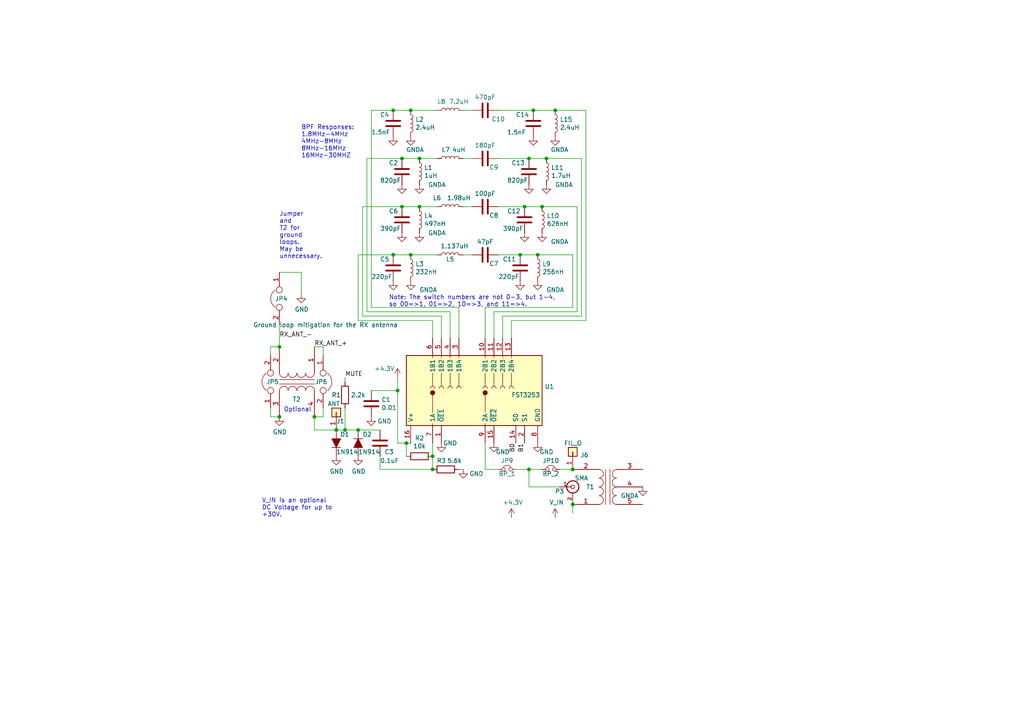
<source format=kicad_sch>
(kicad_sch (version 20230121) (generator eeschema)
  (paper "A4")
  (lib_symbols
    (symbol "Device:Transformer_1P_1S" (pin_names (offset 1.016) hide)
      (property "Reference" "T" (at 0 6.35 0))
      (property "Value" "Transformer_1P_1S" (at 0 -7.62 0))
      (symbol "Transformer_1P_1S_0_1"
        (arc (start -2.54 -5.0546) (mid -1.6599 -4.6901) (end -1.27 -3.81))
        (arc (start -2.54 -2.5146) (mid -1.6599 -2.1501) (end -1.27 -1.27))
        (arc (start -2.54 0.0254) (mid -1.6599 0.3899) (end -1.27 1.27))
        (arc (start -2.54 2.5654) (mid -1.6599 2.9299) (end -1.27 3.81))
        (arc (start -1.27 -3.81) (mid -1.642 -2.912) (end -2.54 -2.54))
        (arc (start -1.27 -1.27) (mid -1.642 -0.372) (end -2.54 0))
        (arc (start -1.27 1.27) (mid -1.642 2.168) (end -2.54 2.54))
        (arc (start -1.27 3.81) (mid -1.642 4.708) (end -2.54 5.08))
        (polyline (pts (xy -0.635 5.08) (xy -0.635 -5.08)))
        (polyline (pts (xy 0.635 -5.08) (xy 0.635 5.08)))
        (arc (start 1.2954 -1.27) (mid 1.6599 -2.1501) (end 2.54 -2.5146))
        (arc (start 1.2954 1.27) (mid 1.6599 0.3899) (end 2.54 0.0254))
        (arc (start 1.2954 3.81) (mid 1.6599 2.9299) (end 2.54 2.5654))
        (arc (start 1.3208 -3.81) (mid 1.6853 -4.6901) (end 2.5654 -5.0546))
        (arc (start 2.54 0) (mid 1.642 -0.372) (end 1.2954 -1.27))
        (arc (start 2.54 2.54) (mid 1.642 2.168) (end 1.2954 1.27))
        (arc (start 2.54 5.08) (mid 1.642 4.708) (end 1.2954 3.81))
        (arc (start 2.5654 -2.54) (mid 1.6674 -2.912) (end 1.3208 -3.81))
      )
      (symbol "Transformer_1P_1S_1_1"
        (pin passive line (at -10.16 5.08 0) (length 7.62) (name "AA") (number "1"))
        (pin passive line (at -10.16 -5.08 0) (length 7.62) (name "AB") (number "2"))
        (pin passive line (at 10.16 -5.08 180) (length 7.62) (name "SA") (number "3"))
        (pin passive line (at 10.16 5.08 180) (length 7.62) (name "SB") (number "4"))
      )
    )
    (symbol "IQ_SDR-rescue:BNC-lt6231" (pin_names (offset 1.016) hide)
      (property "Reference" "P" (at 0.254 3.048 0))
      (property "Value" "BNC-lt6231" (at 2.794 -1.524 90))
      (symbol "BNC-lt6231_0_1"
        (circle (center 0 0) (radius 0.508) (stroke (width 0.2032)))
        (circle (center 0 0) (radius 1.778) (stroke (width 0.3048)))
      )
      (symbol "BNC-lt6231_1_1"
        (pin passive line (at -3.81 0 0) (length 3.302) (name "In") (number "1"))
        (pin passive line (at 0 -5.08 90) (length 3.302) (name "Ext") (number "2"))
      )
    )
    (symbol "IQ_SDR-rescue:C-Device" (pin_numbers hide) (pin_names (offset 0.254))
      (property "Reference" "C" (at 0.635 2.54 0))
      (property "Value" "C-Device" (at 0.635 -2.54 0))
      (symbol "C-Device_0_1"
        (polyline (pts (xy -2.032 -0.762) (xy 2.032 -0.762)) (stroke (width 0.508)))
        (polyline (pts (xy -2.032 0.762) (xy 2.032 0.762)) (stroke (width 0.508)))
      )
      (symbol "C-Device_1_1"
        (pin passive line (at 0 3.81 270) (length 2.794) (name "~") (number "1"))
        (pin passive line (at 0 -3.81 90) (length 2.794) (name "~") (number "2"))
      )
    )
    (symbol "IQ_SDR-rescue:Conn_01x01-Connector_Generic" (pin_names (offset 1.016) hide)
      (property "Reference" "J" (at 0 2.54 0))
      (property "Value" "Conn_01x01-Connector_Generic" (at 0 -2.54 0))
      (symbol "Conn_01x01-Connector_Generic_1_1"
        (rectangle (start -1.27 0.127) (end 0 -0.127) (stroke (width 0.1524)))
        (rectangle (start -1.27 1.27) (end 1.27 -1.27) (stroke (width 0.254)) (fill (type background)))
        (pin passive line (at -5.08 0 0) (length 3.81) (name "Pin_1") (number "1"))
      )
    )
    (symbol "IQ_SDR-rescue:D_ALT-Device" (pin_numbers hide) (pin_names (offset 1.016) hide)
      (property "Reference" "D" (at 0 2.54 0))
      (property "Value" "D_ALT-Device" (at 0 -2.54 0))
      (symbol "D_ALT-Device_0_1"
        (polyline (pts (xy -1.27 1.27) (xy -1.27 -1.27)) (stroke (width 0.2032)))
        (polyline (pts (xy 1.27 0) (xy -1.27 0)))
        (polyline (pts (xy 1.27 1.27) (xy 1.27 -1.27) (xy -1.27 0) (xy 1.27 1.27)) (stroke (width 0.2032)) (fill (type outline)))
      )
      (symbol "D_ALT-Device_1_1"
        (pin passive line (at -3.81 0 0) (length 2.54) (name "K") (number "1"))
        (pin passive line (at 3.81 0 180) (length 2.54) (name "A") (number "2"))
      )
    )
    (symbol "IQ_SDR-rescue:GND-power" (power) (pin_names (offset 0))
      (property "Value" "GND-power" (at 0 -3.81 0))
      (symbol "GND-power_0_1"
        (polyline (pts (xy 0 0) (xy 0 -1.27) (xy 1.27 -1.27) (xy 0 -2.54) (xy -1.27 -1.27) (xy 0 -1.27)))
      )
      (symbol "GND-power_1_1"
        (pin power_in line (at 0 0 270) (length 0) hide (name "GND") (number "1"))
      )
    )
    (symbol "IQ_SDR-rescue:GNDA-power" (power) (pin_names (offset 0))
      (property "Value" "GNDA-power" (at 0 -3.81 0))
      (symbol "GNDA-power_0_1"
        (polyline (pts (xy 0 0) (xy 0 -1.27) (xy 1.27 -1.27) (xy 0 -2.54) (xy -1.27 -1.27) (xy 0 -1.27)))
      )
      (symbol "GNDA-power_1_1"
        (pin power_in line (at 0 0 270) (length 0) hide (name "GNDA") (number "1"))
      )
    )
    (symbol "IQ_SDR-rescue:GNDA_1.5" (power) (pin_names (offset 0))
      (property "Value" "GNDA_1.5" (at 0 -3.81 0))
      (symbol "GNDA_1.5_0_1"
        (polyline (pts (xy 0 0) (xy 0 -1.27) (xy 1.27 -1.27) (xy 0 -2.54) (xy -1.27 -1.27) (xy 0 -1.27)))
      )
      (symbol "GNDA_1.5_1_1"
        (pin power_in line (at 0 0 270) (length 0) hide (name "GNDA") (number "1"))
      )
    )
    (symbol "IQ_SDR-rescue:Jumper-Device" (pin_names (offset 0.762) hide)
      (property "Reference" "JP" (at 0 3.81 0))
      (property "Value" "Device_Jumper" (at 0 -2.032 0))
      (symbol "Jumper-Device_0_1"
        (circle (center -2.54 0) (radius 0.889))
        (arc (start 2.5146 1.27) (mid 0.0078 2.5097) (end -2.4892 1.27))
        (circle (center 2.54 0) (radius 0.889))
        (pin passive line (at -7.62 0 0) (length 4.191) (name "1") (number "1"))
        (pin passive line (at 7.62 0 180) (length 4.191) (name "2") (number "2"))
      )
    )
    (symbol "IQ_SDR-rescue:Jumper_NC_Small-Device" (pin_numbers hide) (pin_names (offset 0.762) hide)
      (property "Reference" "JP" (at 0 2.032 0))
      (property "Value" "Device_Jumper_NC_Small" (at 0.254 -1.524 0))
      (symbol "Jumper_NC_Small-Device_0_1"
        (circle (center -1.016 0) (radius 0.508))
        (circle (center 1.016 0) (radius 0.508))
        (arc (start 1.016 0.762) (mid 0 1.1828) (end -1.016 0.762))
        (pin passive line (at -2.54 0 0) (length 1.016) (name "1") (number "1"))
        (pin passive line (at 2.54 0 180) (length 1.016) (name "2") (number "2"))
      )
    )
    (symbol "IQ_SDR-rescue:L-Device" (pin_numbers hide) (pin_names (offset 1.016) hide)
      (property "Reference" "L" (at -1.27 0 90))
      (property "Value" "L-Device" (at 1.905 0 90))
      (symbol "L-Device_0_1"
        (arc (start 0 -2.54) (mid 0.6323 -1.905) (end 0 -1.27))
        (arc (start 0 -1.27) (mid 0.6323 -0.635) (end 0 0))
        (arc (start 0 0) (mid 0.6323 0.635) (end 0 1.27))
        (arc (start 0 1.27) (mid 0.6323 1.905) (end 0 2.54))
      )
      (symbol "L-Device_1_1"
        (pin passive line (at 0 3.81 270) (length 1.27) (name "1") (number "1"))
        (pin passive line (at 0 -3.81 90) (length 1.27) (name "2") (number "2"))
      )
    )
    (symbol "IQ_SDR-rescue:R-Device" (pin_numbers hide) (pin_names (offset 0))
      (property "Reference" "R" (at 2.032 0 90))
      (property "Value" "R-Device" (at 0 0 90))
      (symbol "R-Device_0_1"
        (rectangle (start -1.016 -2.54) (end 1.016 2.54) (stroke (width 0.254)))
      )
      (symbol "R-Device_1_1"
        (pin passive line (at 0 3.81 270) (length 1.27) (name "~") (number "1"))
        (pin passive line (at 0 -3.81 90) (length 1.27) (name "~") (number "2"))
      )
    )
    (symbol "IQ_SDR-rescue:Transformer_1P_SS-Device" (pin_names (offset 1.016) hide)
      (property "Reference" "T" (at 0 6.35 0))
      (property "Value" "Transformer_1P_SS-Device" (at 0 -7.62 0))
      (symbol "Transformer_1P_SS-Device_0_1"
        (arc (start -2.54 -5.0546) (mid -1.6599 -4.6901) (end -1.27 -3.81))
        (arc (start -2.54 -2.5146) (mid -1.6599 -2.1501) (end -1.27 -1.27))
        (arc (start -2.54 0.0254) (mid -1.6599 0.3899) (end -1.27 1.27))
        (arc (start -2.54 2.5654) (mid -1.6599 2.9299) (end -1.27 3.81))
        (arc (start -1.27 -3.81) (mid -1.642 -2.912) (end -2.54 -2.54))
        (arc (start -1.27 -1.27) (mid -1.642 -0.372) (end -2.54 0))
        (arc (start -1.27 1.27) (mid -1.642 2.168) (end -2.54 2.54))
        (arc (start -1.27 3.81) (mid -1.642 4.708) (end -2.54 5.08))
        (polyline (pts (xy -0.635 5.08) (xy -0.635 -5.08)))
        (polyline (pts (xy 0.635 -5.08) (xy 0.635 5.08)))
        (arc (start 1.2954 -1.27) (mid 1.6599 -2.1501) (end 2.54 -2.5146))
        (arc (start 1.2954 1.27) (mid 1.6599 0.3899) (end 2.54 0.0254))
        (arc (start 1.2954 3.81) (mid 1.6599 2.9299) (end 2.54 2.5654))
        (arc (start 1.3208 -3.81) (mid 1.6853 -4.6901) (end 2.5654 -5.0546))
        (arc (start 2.54 0) (mid 1.642 -0.372) (end 1.2954 -1.27))
        (arc (start 2.54 2.54) (mid 1.642 2.168) (end 1.2954 1.27))
        (arc (start 2.54 5.08) (mid 1.642 4.708) (end 1.2954 3.81))
        (arc (start 2.5654 -2.54) (mid 1.6674 -2.912) (end 1.3208 -3.81))
      )
      (symbol "Transformer_1P_SS-Device_1_1"
        (pin passive line (at -10.16 5.08 0) (length 7.62) (name "AA") (number "1"))
        (pin passive line (at -10.16 -5.08 0) (length 7.62) (name "AB") (number "2"))
        (pin passive line (at 10.16 -5.08 180) (length 7.62) (name "SA") (number "3"))
        (pin passive line (at 10.16 0 180) (length 7.62) (name "SC") (number "4"))
        (pin passive line (at 10.16 5.08 180) (length 7.62) (name "SB") (number "5"))
      )
    )
    (symbol "lt6231:+4.3V" (power) (pin_names (offset 0))
      (property "Value" "+4.3V" (at 0 3.556 0))
      (symbol "+4.3V_0_1"
        (polyline (pts (xy -0.762 1.27) (xy 0 2.54)))
        (polyline (pts (xy 0 0) (xy 0 2.54)))
        (polyline (pts (xy 0 2.54) (xy 0.762 1.27)))
      )
      (symbol "+4.3V_1_1"
        (pin power_in line (at 0 0 90) (length 0) hide (name "+4.3V") (number "1"))
      )
    )
    (symbol "lt6231:+V_IN" (power) (pin_names (offset 0))
      (property "Value" "+V_IN" (at 0 3.556 0))
      (symbol "+V_IN_0_1"
        (polyline (pts (xy -0.762 1.27) (xy 0 2.54)))
        (polyline (pts (xy 0 0) (xy 0 2.54)))
        (polyline (pts (xy 0 2.54) (xy 0.762 1.27)))
      )
      (symbol "+V_IN_1_1"
        (pin power_in line (at 0 0 90) (length 0) hide (name "V_IN") (number "1"))
      )
    )
    (symbol "onsemi:FST3253" (pin_names (offset 1.016))
      (property "Reference" "U" (at -7.62 22.86 0))
      (property "Value" "FST3253" (at -10.16 20.32 0))
      (symbol "FST3253_0_1"
        (circle (center -0.635 -3.81) (radius 0.635) (fill (type outline)))
        (circle (center -0.635 11.43) (radius 0.635) (fill (type outline)))
        (polyline (pts (xy -9.525 -3.81) (xy -10.16 -3.81)))
        (polyline (pts (xy -9.525 11.43) (xy -10.16 11.43)))
        (polyline (pts (xy -6.35 -3.81) (xy -0.635 -3.81)))
        (polyline (pts (xy -6.35 11.43) (xy -0.635 11.43)))
        (polyline (pts (xy 2.54 -11.43) (xy 1.27 -11.43)))
        (polyline (pts (xy 2.54 -8.89) (xy 1.27 -8.89)))
        (polyline (pts (xy 2.54 -6.35) (xy 1.27 -6.35)))
        (polyline (pts (xy 2.54 -3.81) (xy 1.27 -3.81)))
        (polyline (pts (xy 2.54 3.81) (xy 1.27 3.81)))
        (polyline (pts (xy 2.54 6.35) (xy 1.27 6.35)))
        (polyline (pts (xy 2.54 8.89) (xy 1.27 8.89)))
        (polyline (pts (xy 2.54 11.43) (xy 1.27 11.43)))
        (polyline (pts (xy 5.08 -11.43) (xy 2.54 -11.43)))
        (polyline (pts (xy 5.08 -8.89) (xy 2.54 -8.89)))
        (polyline (pts (xy 5.08 -6.35) (xy 2.54 -6.35)))
        (polyline (pts (xy 5.08 -3.81) (xy 2.54 -3.81)))
        (polyline (pts (xy 5.08 3.81) (xy 2.54 3.81)))
        (polyline (pts (xy 5.08 6.35) (xy 2.54 6.35)))
        (polyline (pts (xy 5.08 8.89) (xy 2.54 8.89)))
        (polyline (pts (xy 5.08 11.43) (xy 2.54 11.43)))
        (polyline (pts (xy 9.525 -11.43) (xy 10.16 -11.43)))
        (polyline (pts (xy 9.525 -8.89) (xy 10.16 -8.89)))
        (polyline (pts (xy 9.525 -6.35) (xy 10.16 -6.35)))
        (polyline (pts (xy 9.525 -3.81) (xy 10.16 -3.81)))
        (polyline (pts (xy 9.525 3.81) (xy 10.16 3.81)))
        (polyline (pts (xy 9.525 6.35) (xy 10.16 6.35)))
        (polyline (pts (xy 9.525 8.89) (xy 10.16 8.89)))
        (polyline (pts (xy 9.525 11.43) (xy 10.16 11.43)))
        (arc (start 0.635 -12.065) (mid 1.2673 -11.43) (end 0.635 -10.795))
        (arc (start 0.635 -9.525) (mid 1.2673 -8.89) (end 0.635 -8.255))
        (arc (start 0.635 -6.985) (mid 1.2673 -6.35) (end 0.635 -5.715))
        (arc (start 0.635 -4.445) (mid 1.2673 -3.81) (end 0.635 -3.175))
        (arc (start 0.635 3.175) (mid 1.2673 3.81) (end 0.635 4.445))
        (arc (start 0.635 5.715) (mid 1.2673 6.35) (end 0.635 6.985))
        (arc (start 0.635 8.255) (mid 1.2673 8.89) (end 0.635 9.525))
        (arc (start 0.635 10.795) (mid 1.2673 11.43) (end 0.635 12.065))
        (rectangle (start 10.16 -20.32) (end -10.16 19.05) (stroke (width 0.254)) (fill (type background)))
      )
      (symbol "FST3253_1_1"
        (pin input line (at -15.24 8.89 0) (length 5.08) (name "~{OE1}") (number "1"))
        (pin output line (at 15.24 -3.81 180) (length 5.08) (name "2B1") (number "10"))
        (pin output line (at 15.24 -6.35 180) (length 5.08) (name "2B2") (number "11"))
        (pin output line (at 15.24 -8.89 180) (length 5.08) (name "2B3") (number "12"))
        (pin output line (at 15.24 -11.43 180) (length 5.08) (name "2B4") (number "13"))
        (pin input line (at -15.24 -12.7 0) (length 5.08) (name "S0") (number "14"))
        (pin input line (at -15.24 -6.35 0) (length 5.08) (name "~{OE2}") (number "15"))
        (pin power_in line (at -15.24 17.78 0) (length 5.08) (name "V+") (number "16"))
        (pin input line (at -15.24 -15.24 0) (length 5.08) (name "S1") (number "2"))
        (pin output line (at 15.24 3.81 180) (length 5.08) (name "1B4") (number "3"))
        (pin output line (at 15.24 6.35 180) (length 5.08) (name "1B3") (number "4"))
        (pin output line (at 15.24 8.89 180) (length 5.08) (name "1B2") (number "5"))
        (pin output line (at 15.24 11.43 180) (length 5.08) (name "1B1") (number "6"))
        (pin input line (at -15.24 11.43 0) (length 5.08) (name "1A") (number "7"))
        (pin power_in line (at -15.24 -19.05 0) (length 5.08) (name "GND") (number "8"))
        (pin input line (at -15.24 -3.81 0) (length 5.08) (name "2A") (number "9"))
      )
    )
  )
  (junction (at 121.666 45.974))
  (junction (at 100.076 124.714))
  (junction (at 91.186 120.904))
  (junction (at 117.856 128.524))
  (junction (at 161.036 32.004))
  (junction (at 157.226 59.944))
  (junction (at 115.316 113.284))
  (junction (at 150.876 73.914))
  (junction (at 119.126 32.004))
  (junction (at 81.026 120.904))
  (junction (at 114.046 32.004))
  (junction (at 152.146 59.944))
  (junction (at 158.496 45.974))
  (junction (at 153.416 136.144))
  (junction (at 103.886 124.714))
  (junction (at 114.046 73.914))
  (junction (at 97.536 124.714))
  (junction (at 121.666 59.944))
  (junction (at 119.126 73.914))
  (junction (at 153.416 45.974))
  (junction (at 154.686 32.004))
  (junction (at 155.956 73.914))
  (junction (at 116.586 59.944))
  (junction (at 166.116 136.144))
  (junction (at 125.476 132.334))
  (junction (at 125.476 136.144))
  (junction (at 81.026 100.584))
  (junction (at 166.116 146.304))
  (junction (at 116.586 45.974))
  (wire (pts (xy 134.366 45.974) (xy 136.906 45.974)))
  (wire (pts (xy 161.036 32.004) (xy 154.686 32.004)))
  (wire (pts (xy 167.386 90.424) (xy 167.386 59.944)))
  (wire (pts (xy 143.256 98.044) (xy 143.256 90.424)))
  (wire (pts (xy 116.586 59.944) (xy 121.666 59.944)))
  (wire (pts (xy 148.336 98.044) (xy 148.336 92.964)))
  (wire (pts (xy 144.526 136.144) (xy 140.716 136.144)))
  (wire (pts (xy 105.156 59.944) (xy 116.586 59.944)))
  (wire (pts (xy 145.796 98.044) (xy 145.796 91.694)))
  (wire (pts (xy 155.956 73.914) (xy 166.116 73.914)))
  (wire (pts (xy 103.886 73.914) (xy 114.046 73.914)))
  (wire (pts (xy 107.696 89.154) (xy 107.696 32.004)))
  (wire (pts (xy 105.156 91.694) (xy 128.016 91.694)))
  (wire (pts (xy 121.666 59.944) (xy 126.746 59.944)))
  (wire (pts (xy 103.886 92.964) (xy 103.886 73.914)))
  (wire (pts (xy 97.536 124.714) (xy 100.076 124.714)))
  (wire (pts (xy 157.226 136.144) (xy 153.416 136.144)))
  (wire (pts (xy 117.856 128.524) (xy 119.126 128.524)))
  (wire (pts (xy 115.316 113.284) (xy 115.316 128.524)))
  (wire (pts (xy 87.376 78.994) (xy 87.376 85.344)))
  (wire (pts (xy 100.076 110.744) (xy 100.076 109.474)))
  (wire (pts (xy 144.526 32.004) (xy 154.686 32.004)))
  (wire (pts (xy 103.886 92.964) (xy 125.476 92.964)))
  (wire (pts (xy 144.526 45.974) (xy 153.416 45.974)))
  (wire (pts (xy 103.886 124.714) (xy 110.236 124.714)))
  (wire (pts (xy 119.126 73.914) (xy 126.746 73.914)))
  (wire (pts (xy 140.716 98.044) (xy 140.716 89.154)))
  (wire (pts (xy 128.016 91.694) (xy 128.016 98.044)))
  (wire (pts (xy 133.096 136.144) (xy 134.366 136.144)))
  (wire (pts (xy 125.476 136.144) (xy 125.476 132.334)))
  (wire (pts (xy 145.796 91.694) (xy 168.656 91.694)))
  (wire (pts (xy 100.076 124.714) (xy 103.886 124.714)))
  (wire (pts (xy 107.696 32.004) (xy 114.046 32.004)))
  (wire (pts (xy 161.036 32.004) (xy 169.926 32.004)))
  (wire (pts (xy 134.366 73.914) (xy 136.906 73.914)))
  (wire (pts (xy 81.026 78.994) (xy 87.376 78.994)))
  (wire (pts (xy 150.876 73.914) (xy 155.956 73.914)))
  (wire (pts (xy 115.316 128.524) (xy 117.856 128.524)))
  (wire (pts (xy 116.586 45.974) (xy 121.666 45.974)))
  (wire (pts (xy 133.096 89.154) (xy 133.096 98.044)))
  (wire (pts (xy 115.316 109.474) (xy 115.316 113.284)))
  (wire (pts (xy 134.366 59.944) (xy 136.906 59.944)))
  (wire (pts (xy 144.526 73.914) (xy 150.876 73.914)))
  (wire (pts (xy 125.476 92.964) (xy 125.476 98.044)))
  (wire (pts (xy 144.526 59.944) (xy 152.146 59.944)))
  (wire (pts (xy 162.306 141.224) (xy 153.416 141.224)))
  (wire (pts (xy 114.046 73.914) (xy 119.126 73.914)))
  (wire (pts (xy 91.186 120.904) (xy 91.186 124.714)))
  (wire (pts (xy 169.926 92.964) (xy 169.926 32.004)))
  (wire (pts (xy 130.556 90.424) (xy 130.556 98.044)))
  (wire (pts (xy 93.726 100.584) (xy 91.186 100.584)))
  (wire (pts (xy 93.726 120.904) (xy 93.726 118.364)))
  (wire (pts (xy 143.256 90.424) (xy 167.386 90.424)))
  (wire (pts (xy 107.696 89.154) (xy 133.096 89.154)))
  (wire (pts (xy 107.696 113.284) (xy 115.316 113.284)))
  (wire (pts (xy 106.426 45.974) (xy 116.586 45.974)))
  (wire (pts (xy 78.486 120.904) (xy 81.026 120.904)))
  (wire (pts (xy 158.496 45.974) (xy 168.656 45.974)))
  (wire (pts (xy 100.076 118.364) (xy 100.076 124.714)))
  (wire (pts (xy 117.856 132.334) (xy 117.856 128.524)))
  (wire (pts (xy 78.486 100.584) (xy 78.486 103.124)))
  (wire (pts (xy 119.126 32.004) (xy 126.746 32.004)))
  (wire (pts (xy 93.726 103.124) (xy 93.726 100.584)))
  (wire (pts (xy 134.366 32.004) (xy 136.906 32.004)))
  (wire (pts (xy 166.116 146.304) (xy 166.116 148.844)))
  (wire (pts (xy 78.486 100.584) (xy 81.026 100.584)))
  (wire (pts (xy 153.416 141.224) (xy 153.416 136.144)))
  (wire (pts (xy 152.146 59.944) (xy 157.226 59.944)))
  (wire (pts (xy 81.026 94.234) (xy 81.026 100.584)))
  (wire (pts (xy 166.116 89.154) (xy 166.116 73.914)))
  (wire (pts (xy 106.426 90.424) (xy 106.426 45.974)))
  (wire (pts (xy 105.156 59.944) (xy 105.156 91.694)))
  (wire (pts (xy 78.486 118.364) (xy 78.486 120.904)))
  (wire (pts (xy 91.186 124.714) (xy 97.536 124.714)))
  (wire (pts (xy 148.336 92.964) (xy 169.926 92.964)))
  (wire (pts (xy 140.716 128.524) (xy 140.716 136.144)))
  (wire (pts (xy 153.416 45.974) (xy 158.496 45.974)))
  (wire (pts (xy 110.236 136.144) (xy 110.236 132.334)))
  (wire (pts (xy 168.656 91.694) (xy 168.656 45.974)))
  (wire (pts (xy 157.226 59.944) (xy 167.386 59.944)))
  (wire (pts (xy 114.046 32.004) (xy 119.126 32.004)))
  (wire (pts (xy 121.666 45.974) (xy 126.746 45.974)))
  (wire (pts (xy 125.476 132.334) (xy 125.476 128.524)))
  (wire (pts (xy 110.236 136.144) (xy 125.476 136.144)))
  (wire (pts (xy 106.426 90.424) (xy 130.556 90.424)))
  (wire (pts (xy 91.186 120.904) (xy 93.726 120.904)))
  (wire (pts (xy 162.306 136.144) (xy 166.116 136.144)))
  (wire (pts (xy 140.716 89.154) (xy 166.116 89.154)))
  (wire (pts (xy 149.606 136.144) (xy 153.416 136.144)))
  (text "Jumper\nand\nT2 for \nground \nloops.\nMay be\nunnecessary." (at 81.026 75.184 0) (effects (font (size 1.27 1.27)) (justify left bottom)))
  (text "Note: The switch numbers are not 0-3, but 1-4,\nso 00=>1, 01=>2, 10=>3, and 11=>4." (at 112.776 89.154 0) (effects (font (size 1.27 1.27)) (justify left bottom)))
  (text "V_IN is an optional\nDC Voltage for up to\n+30V." (at 75.946 150.114 0) (effects (font (size 1.27 1.27)) (justify left bottom)))
  (text "Optional" (at 82.296 119.634 0) (effects (font (size 1.27 1.27)) (justify left bottom)))
  (text "BPF Responses:\n1.8MHz-4MHz\n4MHz-8MHz\n8MHz-16MHz\n16MHz-30MHZ" (at 87.376 45.974 0) (effects (font (size 1.27 1.27)) (justify left bottom)))
  (label "RX_ANT_+" (at 91.186 100.584 0))
  (label "RX_ANT_-" (at 81.026 98.044 0))
  (label "MUTE" (at 100.076 109.474 0))
  (label "B1" (at 152.146 128.524 270))
  (label "B0" (at 149.606 128.524 270))
  (symbol (lib_id "IQ_SDR-rescue:L-Device") (at 155.956 77.724 0) (unit 1)
    (property "Reference" "L9" (at 157.3022 76.5556 0) (effects (justify left)))
    (property "Value" "256nH" (at 157.3022 78.867 0) (effects (justify left)))
    (property "Footprint" "Inductors_THT:L_Toroid_Vertical_L10.0mm_W5.0mm_P5.08mm" (effects hide))
    (property "Datasheet" "http://www.lodestonepacific.com/distrib/pdfs/Micrometals/RFA_Cat.pdf" (effects hide))
    (property "Winding" "T37-6, #30 wire, 9 turns" (effects hide))
    (instances (project "IQ_SDR" (path "" (reference "L9") (unit 1))) (project "SDR-TRX" (path "" (reference "L12") (unit 1))))
  )
  (symbol (lib_id "IQ_SDR-rescue:L-Device") (at 130.556 73.914 90) (unit 1)
    (property "Reference" "L5" (at 130.556 75.184 90))
    (property "Value" "1.137uH" (at 131.826 71.374 90))
    (property "Footprint" "Inductors_THT:L_Toroid_Vertical_L10.0mm_W5.0mm_P5.08mm" (effects hide))
    (property "Datasheet" "http://www.lodestonepacific.com/distrib/pdfs/Micrometals/RFA_Cat.pdf" (effects hide))
    (property "Winding" "T37-6, #30 wire, 20 turns" (effects hide))
    (instances (project "IQ_SDR" (path "" (reference "L5") (unit 1))) (project "SDR-TRX" (path "" (reference "L11") (unit 1))))
  )
  (symbol (lib_id "IQ_SDR-rescue:GNDA-power") (at 186.436 141.224 0) (unit 1)
    (property "Reference" "#PWR0110" (effects hide))
    (property "Value" "GNDA" (at 182.626 143.764 0))
    (instances (project "IQ_SDR" (path "" (reference "#PWR0110") (unit 1))) (project "SDR-TRX" (path "" (reference "#PWR079") (unit 1))))
  )
  (symbol (lib_id "IQ_SDR-rescue:Conn_01x01-Connector_Generic") (at 166.116 131.064 90) (unit 1)
    (property "Reference" "J6" (at 168.3512 131.9784 90) (effects (justify right)))
    (property "Value" "FIL_O" (at 163.576 128.524 90) (effects (justify right)))
    (property "Footprint" "Connectors:PINTST" (effects hide))
    (property "Sim.Enable" "0" (effects hide))
    (property "Sim.Device" "SPICE" (effects hide))
    (property "Sim.Params" "type=\"J\" model=\"Conn_01x01\" lib=\"\"" (effects hide))
    (property "Sim.Pins" "1=1" (effects hide))
  )
  (symbol (lib_id "IQ_SDR-rescue:L-Device") (at 130.556 59.944 90) (unit 1)
    (property "Reference" "L6" (at 126.746 57.404 90))
    (property "Value" "1.98uH" (at 133.096 57.404 90))
    (property "Footprint" "Inductors_THT:L_Toroid_Vertical_L10.0mm_W5.0mm_P5.08mm" (effects hide))
    (property "Datasheet" "http://www.lodestonepacific.com/distrib/pdfs/Micrometals/RFA_Cat.pdf" (effects hide))
    (property "Winding" "T37-6, #30 wire, 26 turns" (effects hide))
    (instances (project "IQ_SDR" (path "" (reference "L6") (unit 1))) (project "SDR-TRX" (path "" (reference "L10") (unit 1))))
  )
  (symbol (lib_id "IQ_SDR-rescue:Jumper-Device") (at 93.726 110.744 270) (unit 1)
    (property "Reference" "JP6" (at 94.996 110.744 90) (effects (justify right)))
    (property "Value" "T2 bypass" (effects hide))
    (property "Footprint" "Pin_Headers:Pin_Header_Straight_1x02_Pitch2.54mm" (effects hide))
  )
  (symbol (lib_id "IQ_SDR-rescue:L-Device") (at 119.126 35.814 0) (unit 1)
    (property "Reference" "L2" (at 120.4722 34.6456 0) (effects (justify left)))
    (property "Value" "2.4uH" (at 120.4722 36.957 0) (effects (justify left)))
    (property "Footprint" "Inductors_THT:L_Toroid_Vertical_L10.0mm_W5.0mm_P5.08mm" (effects hide))
    (property "Datasheet" "http://www.lodestonepacific.com/distrib/pdfs/Micrometals/RFA_Cat.pdf" (effects hide))
    (property "Winding" "T50-6, #30 wire, 25 turns" (effects hide))
    (instances (project "IQ_SDR" (path "" (reference "L2") (unit 1))) (project "SDR-TRX" (path "" (reference "L4") (unit 1))))
  )
  (symbol (lib_id "IQ_SDR-rescue:L-Device") (at 161.036 35.814 0) (unit 1)
    (property "Reference" "L15" (at 162.3822 34.6456 0) (effects (justify left)))
    (property "Value" "2.4uH" (at 162.3822 36.957 0) (effects (justify left)))
    (property "Footprint" "Inductors_THT:L_Toroid_Vertical_L10.0mm_W5.0mm_P5.08mm" (effects hide))
    (property "Datasheet" "http://www.lodestonepacific.com/distrib/pdfs/Micrometals/RFA_Cat.pdf" (effects hide))
    (property "Winding" "T50-6, #30 wire, 25 turns" (effects hide))
  )
  (symbol (lib_id "IQ_SDR-rescue:GND-power") (at 114.046 81.534 0) (unit 1)
    (property "Reference" "#PWR012" (effects hide))
    (property "Value" "GND" (effects hide))
    (instances (project "IQ_SDR" (path "" (reference "#PWR012") (unit 1))) (project "SDR-TRX" (path "" (reference "#PWR057") (unit 1))))
  )
  (symbol (lib_id "IQ_SDR-rescue:GND-power") (at 87.376 85.344 0) (unit 1)
    (property "Reference" "#PWR0115" (effects hide))
    (property "Value" "GND" (at 87.503 89.7382 0))
    (instances (project "IQ_SDR" (path "" (reference "#PWR0115") (unit 1))) (project "SDR-TRX" (path "" (reference "#PWR033") (unit 1))))
  )
  (symbol (lib_id "IQ_SDR-rescue:GND-power") (at 128.016 128.524 0) (unit 1)
    (property "Reference" "#PWR019" (effects hide))
    (property "Value" "GND" (at 130.556 128.524 0))
    (instances (project "IQ_SDR" (path "" (reference "#PWR019") (unit 1))) (project "SDR-TRX" (path "" (reference "#PWR065") (unit 1))))
  )
  (symbol (lib_id "IQ_SDR-rescue:Conn_01x01-Connector_Generic") (at 97.536 119.634 90) (unit 1)
    (property "Reference" "J1" (at 97.536 122.174 90) (effects (justify right)))
    (property "Value" "ANT" (at 94.996 117.094 90) (effects (justify right)))
    (property "Footprint" "Connectors:PINTST" (effects hide))
    (property "Sim.Enable" "0" (effects hide))
    (property "Sim.Device" "SPICE" (effects hide))
    (property "Sim.Params" "type=\"J\" model=\"Conn_01x01\" lib=\"\"" (effects hide))
    (property "Sim.Pins" "1=1" (effects hide))
    (instances (project "IQ_SDR" (path "" (reference "J1") (unit 1))) (project "SDR-TRX" (path "" (reference "J4") (unit 1))))
  )
  (symbol (lib_id "IQ_SDR-rescue:GND-power") (at 116.586 67.564 0) (unit 1)
    (property "Reference" "#PWR014" (effects hide))
    (property "Value" "GND" (effects hide))
    (instances (project "IQ_SDR" (path "" (reference "#PWR014") (unit 1))) (project "SDR-TRX" (path "" (reference "#PWR060") (unit 1))))
  )
  (symbol (lib_id "IQ_SDR-rescue:C-Device") (at 140.716 59.944 270) (unit 1)
    (property "Reference" "C8" (at 143.256 62.484 90))
    (property "Value" "100pF" (at 140.716 56.134 90))
    (property "Footprint" "Capacitors_SMD:C_0805" (effects hide))
    (instances (project "IQ_SDR" (path "" (reference "C8") (unit 1))) (project "SDR-TRX" (path "" (reference "C40") (unit 1))))
  )
  (symbol (lib_id "IQ_SDR-rescue:L-Device") (at 130.556 32.004 90) (unit 1)
    (property "Reference" "L8" (at 128.016 29.464 90))
    (property "Value" "7.2uH" (at 133.096 29.464 90))
    (property "Footprint" "Inductors_THT:L_Toroid_Vertical_L10.0mm_W5.0mm_P5.08mm" (effects hide))
    (property "Datasheet" "http://www.lodestonepacific.com/distrib/pdfs/Micrometals/RFA_Cat.pdf" (effects hide))
    (property "Winding" "T50-6 #30 wire, 43 turns" (effects hide))
  )
  (symbol (lib_id "IQ_SDR-rescue:GND-power") (at 103.886 132.334 0) (unit 1)
    (property "Reference" "#PWR04" (effects hide))
    (property "Value" "GND" (at 104.013 136.7282 0))
    (instances (project "IQ_SDR" (path "" (reference "#PWR04") (unit 1))) (project "SDR-TRX" (path "" (reference "#PWR041") (unit 1))))
  )
  (symbol (lib_id "IQ_SDR-rescue:R-Device") (at 129.286 136.144 270) (unit 1)
    (property "Reference" "R3" (at 128.016 133.604 90))
    (property "Value" "5.6k" (at 131.826 133.604 90))
    (property "Footprint" "Resistors_SMD:R_0805" (effects hide))
    (property "Sim.Device" "SPICE" (effects hide))
    (property "Sim.Params" "type=\"R\" model=\"10\" lib=\"\"" (effects hide))
    (property "Sim.Pins" "1=1 2=2" (effects hide))
    (instances (project "IQ_SDR" (path "" (reference "R3") (unit 1))) (project "SDR-TRX" (path "" (reference "R19") (unit 1))))
  )
  (symbol (lib_id "IQ_SDR-rescue:C-Device") (at 114.046 77.724 0) (unit 1)
    (property "Reference" "C5" (at 110.236 75.184 0) (effects (justify left)))
    (property "Value" "220pF" (at 107.696 80.264 0) (effects (justify left)))
    (property "Footprint" "Capacitors_SMD:C_0805" (effects hide))
    (instances (project "IQ_SDR" (path "" (reference "C5") (unit 1))) (project "SDR-TRX" (path "" (reference "C35") (unit 1))))
  )
  (symbol (lib_id "IQ_SDR-rescue:Jumper_NC_Small-Device") (at 159.766 136.144 0) (unit 1)
    (property "Reference" "JP10" (at 159.766 133.604 0))
    (property "Value" "BP_2" (at 159.766 137.414 0))
    (property "Footprint" "Pin_Headers:Pin_Header_Straight_1x02_Pitch2.54mm" (effects hide))
    (instances (project "IQ_SDR" (path "" (reference "JP10") (unit 1))) (project "SDR-TRX" (path "" (reference "JP8") (unit 1))))
  )
  (symbol (lib_id "IQ_SDR-rescue:C-Device") (at 116.586 63.754 0) (unit 1)
    (property "Reference" "C6" (at 112.776 61.214 0) (effects (justify left)))
    (property "Value" "390pF" (at 110.236 66.294 0) (effects (justify left)))
    (property "Footprint" "Capacitors_SMD:C_0805" (effects hide))
    (instances (project "IQ_SDR" (path "" (reference "C6") (unit 1))) (project "SDR-TRX" (path "" (reference "C37") (unit 1))))
  )
  (symbol (lib_id "IQ_SDR-rescue:L-Device") (at 130.556 45.974 90) (unit 1)
    (property "Reference" "L7" (at 129.286 43.434 90))
    (property "Value" "4uH" (at 133.096 43.434 90))
    (property "Footprint" "Inductors_THT:L_Toroid_Vertical_L10.0mm_W5.0mm_P5.08mm" (effects hide))
    (property "Datasheet" "http://www.lodestonepacific.com/distrib/pdfs/Micrometals/RFA_Cat.pdf" (effects hide))
    (property "Winding" "T50-6, #30 wire, 32 turns" (effects hide))
    (instances (project "IQ_SDR" (path "" (reference "L7") (unit 1))) (project "SDR-TRX" (path "" (reference "L9") (unit 1))))
  )
  (symbol (lib_id "IQ_SDR-rescue:GND-power") (at 116.586 53.594 0) (unit 1)
    (property "Reference" "#PWR09" (effects hide))
    (property "Value" "GND" (effects hide))
    (instances (project "IQ_SDR" (path "" (reference "#PWR09") (unit 1))) (project "SDR-TRX" (path "" (reference "#PWR059") (unit 1))))
  )
  (symbol (lib_id "IQ_SDR-rescue:D_ALT-Device") (at 97.536 128.524 90) (unit 1)
    (property "Reference" "D1" (at 101.346 125.984 90) (effects (justify left)))
    (property "Value" "1N914" (at 103.886 131.064 90) (effects (justify left)))
    (property "Footprint" "Diodes_SMD:D_SOD-323" (effects hide))
    (property "Datasheet" "https://www.onsemi.com/pub/Collateral/1N914BWS-D.pdf" (effects hide))
    (property "Sim.Device" "SPICE" (effects hide))
    (property "Sim.Params" "type=\"D\" model=\"1N914\" lib=\"IQ_SDR_Spice.lib\"" (effects hide))
    (property "Sim.Pins" "1=1 2=2" (effects hide))
  )
  (symbol (lib_id "IQ_SDR-rescue:C-Device") (at 114.046 35.814 0) (unit 1)
    (property "Reference" "C4" (at 110.236 33.274 0) (effects (justify left)))
    (property "Value" "1.5nF" (at 107.696 38.354 0) (effects (justify left)))
    (property "Footprint" "Capacitors_SMD:C_0805" (effects hide))
    (instances (project "IQ_SDR" (path "" (reference "C4") (unit 1))) (project "SDR-TRX" (path "" (reference "C34") (unit 1))))
  )
  (symbol (lib_id "IQ_SDR-rescue:GNDA_1.5") (at 157.226 67.564 0) (unit 1)
    (property "Reference" "#PWR0104" (effects hide))
    (property "Value" "GNDA_1.5" (at 162.306 70.104 0))
    (instances (project "IQ_SDR" (path "" (reference "#PWR0104") (unit 1))) (project "SDR-TRX" (path "" (reference "#PWR075") (unit 1))))
  )
  (symbol (lib_id "IQ_SDR-rescue:C-Device") (at 110.236 128.524 0) (unit 1)
    (property "Reference" "C3" (at 111.506 131.064 0) (effects (justify left)))
    (property "Value" "0.1uF" (at 110.236 133.604 0) (effects (justify left)))
    (property "Footprint" "Capacitors_SMD:C_0805" (effects hide))
    (instances (project "IQ_SDR" (path "" (reference "C3") (unit 1))) (project "SDR-TRX" (path "" (reference "C15") (unit 1))))
  )
  (symbol (lib_id "IQ_SDR-rescue:Jumper-Device") (at 78.486 110.744 90) (unit 1)
    (property "Reference" "JP5" (at 77.216 110.744 90) (effects (justify right)))
    (property "Value" "T2 bypass" (effects hide))
    (property "Footprint" "Pin_Headers:Pin_Header_Straight_1x02_Pitch2.54mm" (effects hide))
    (instances (project "IQ_SDR" (path "" (reference "JP5") (unit 1))) (project "SDR-TRX" (path "" (reference "JP4") (unit 1))))
  )
  (symbol (lib_id "IQ_SDR-rescue:C-Device") (at 150.876 77.724 0) (unit 1)
    (property "Reference" "C11" (at 145.796 75.184 0) (effects (justify left)))
    (property "Value" "220pF" (at 144.526 80.264 0) (effects (justify left)))
    (property "Footprint" "Capacitors_SMD:C_0805" (effects hide))
    (instances (project "IQ_SDR" (path "" (reference "C11") (unit 1))) (project "SDR-TRX" (path "" (reference "C42") (unit 1))))
  )
  (symbol (lib_id "IQ_SDR-rescue:C-Device") (at 107.696 117.094 0) (unit 1)
    (property "Reference" "C1" (at 110.617 115.9256 0) (effects (justify left)))
    (property "Value" "0.01" (at 110.617 118.237 0) (effects (justify left)))
    (property "Footprint" "Capacitors_SMD:C_0805" (effects hide))
    (instances (project "IQ_SDR" (path "" (reference "C1") (unit 1))) (project "SDR-TRX" (path "" (reference "C12") (unit 1))))
  )
  (symbol (lib_id "IQ_SDR-rescue:GNDA_1.5") (at 161.036 39.624 0) (unit 1)
    (property "Reference" "#PWR016" (effects hide))
    (property "Value" "GNDA_1.5" (at 162.306 43.434 0))
    (instances (project "IQ_SDR" (path "" (reference "#PWR016") (unit 1))) (project "SDR-TRX" (path "" (reference "#PWR077") (unit 1))))
  )
  (symbol (lib_id "IQ_SDR-rescue:GND-power") (at 97.536 132.334 0) (unit 1)
    (property "Reference" "#PWR02" (effects hide))
    (property "Value" "GND" (at 97.663 136.7282 0))
    (instances (project "IQ_SDR" (path "" (reference "#PWR02") (unit 1))) (project "SDR-TRX" (path "" (reference "#PWR036") (unit 1))))
  )
  (symbol (lib_id "IQ_SDR-rescue:GND-power") (at 155.956 128.524 0) (unit 1)
    (property "Reference" "#PWR028" (effects hide))
    (property "Value" "GND" (at 158.496 131.064 0))
    (instances (project "IQ_SDR" (path "" (reference "#PWR028") (unit 1))) (project "SDR-TRX" (path "" (reference "#PWR074") (unit 1))))
  )
  (symbol (lib_id "IQ_SDR-rescue:C-Device") (at 152.146 63.754 0) (unit 1)
    (property "Reference" "C12" (at 147.066 61.214 0) (effects (justify left)))
    (property "Value" "390pF" (at 145.796 66.294 0) (effects (justify left)))
    (property "Footprint" "Capacitors_SMD:C_0805" (effects hide))
    (instances (project "IQ_SDR" (path "" (reference "C12") (unit 1))) (project "SDR-TRX" (path "" (reference "C43") (unit 1))))
  )
  (symbol (lib_id "IQ_SDR-rescue:L-Device") (at 119.126 77.724 0) (unit 1)
    (property "Reference" "L3" (at 120.4722 76.5556 0) (effects (justify left)))
    (property "Value" "232nH" (at 120.4722 78.867 0) (effects (justify left)))
    (property "Footprint" "Inductors_THT:L_Toroid_Vertical_L10.0mm_W5.0mm_P5.08mm" (effects hide))
    (property "Datasheet" "http://www.lodestonepacific.com/distrib/pdfs/Micrometals/RFA_Cat.pdf" (effects hide))
    (property "Winding" "T37-6, #30 wire, 9 turns" (effects hide))
    (instances (project "IQ_SDR" (path "" (reference "L3") (unit 1))) (project "SDR-TRX" (path "" (reference "L5") (unit 1))))
  )
  (symbol (lib_id "IQ_SDR-rescue:C-Device") (at 140.716 45.974 270) (unit 1)
    (property "Reference" "C9" (at 143.256 48.514 90))
    (property "Value" "180pF" (at 140.716 42.164 90))
    (property "Footprint" "Capacitors_SMD:C_0805" (effects hide))
    (instances (project "IQ_SDR" (path "" (reference "C9") (unit 1))) (project "SDR-TRX" (path "" (reference "C39") (unit 1))))
  )
  (symbol (lib_id "IQ_SDR-rescue:L-Device") (at 158.496 49.784 0) (unit 1)
    (property "Reference" "L11" (at 159.8422 48.6156 0) (effects (justify left)))
    (property "Value" "1.7uH" (at 159.8422 50.927 0) (effects (justify left)))
    (property "Footprint" "Inductors_THT:L_Toroid_Vertical_L10.0mm_W5.0mm_P5.08mm" (effects hide))
    (property "Datasheet" "http://www.lodestonepacific.com/distrib/pdfs/Micrometals/RFA_Cat.pdf" (effects hide))
    (property "Winding" "T37-6, #30 wire, 18 turns" (effects hide))
    (instances (project "IQ_SDR" (path "" (reference "L11") (unit 1))) (project "SDR-TRX" (path "" (reference "L14") (unit 1))))
  )
  (symbol (lib_id "Device:Transformer_1P_1S") (at 86.106 110.744 270) (unit 1)
    (property "Reference" "T2" (at 84.836 115.824 90) (effects (justify left)))
    (property "Value" "Transformer_1P_1S" (effects hide))
    (property "Footprint" "IQ_SDR:T50-2_vertical_4_pin" (effects hide))
    (instances (project "IQ_SDR" (path "" (reference "T2") (unit 1))) (project "SDR-TRX" (path "" (reference "T1") (unit 1))))
  )
  (symbol (lib_id "IQ_SDR-rescue:L-Device") (at 157.226 63.754 0) (unit 1)
    (property "Reference" "L10" (at 158.5722 62.5856 0) (effects (justify left)))
    (property "Value" "626nH" (at 158.5722 64.897 0) (effects (justify left)))
    (property "Footprint" "Inductors_THT:L_Toroid_Vertical_L10.0mm_W5.0mm_P5.08mm" (effects hide))
    (property "Datasheet" "http://www.lodestonepacific.com/distrib/pdfs/Micrometals/RFA_Cat.pdf" (effects hide))
    (property "Toroid" "T37-6 13 turns" (effects hide))
    (instances (project "IQ_SDR" (path "" (reference "L10") (unit 1))) (project "SDR-TRX" (path "" (reference "L13") (unit 1))))
  )
  (symbol (lib_id "lt6231:+4.3V") (at 148.336 150.114 0) (unit 1)
    (property "Reference" "#PWR057" (effects hide))
    (property "Value" "+4.3V" (at 148.717 145.7198 0))
    (instances (project "IQ_SDR" (path "" (reference "#PWR057") (unit 1))) (project "SDR-TRX" (path "" (reference "#PWR068") (unit 1))))
  )
  (symbol (lib_id "lt6231:+4.3V") (at 115.316 109.474 0) (unit 1)
    (property "Reference" "#PWR013" (effects hide))
    (property "Value" "+4.3V" (at 111.506 106.934 0))
    (instances (project "IQ_SDR" (path "" (reference "#PWR013") (unit 1))) (project "SDR-TRX" (path "" (reference "#PWR058") (unit 1))))
  )
  (symbol (lib_id "IQ_SDR-rescue:GNDA_1.5") (at 119.126 39.624 0) (unit 1)
    (property "Reference" "#PWR0108" (effects hide))
    (property "Value" "GNDA_1.5" (at 120.396 43.434 0))
    (instances (project "IQ_SDR" (path "" (reference "#PWR0108") (unit 1))) (project "SDR-TRX" (path "" (reference "#PWR061") (unit 1))))
  )
  (symbol (lib_id "IQ_SDR-rescue:GNDA_1.5") (at 119.126 81.534 0) (unit 1)
    (property "Reference" "#PWR0102" (effects hide))
    (property "Value" "GNDA_1.5" (at 124.206 84.074 0))
    (instances (project "IQ_SDR" (path "" (reference "#PWR0102") (unit 1))) (project "SDR-TRX" (path "" (reference "#PWR062") (unit 1))))
  )
  (symbol (lib_id "IQ_SDR-rescue:R-Device") (at 121.666 132.334 270) (unit 1)
    (property "Reference" "R2" (at 121.666 127.0762 90))
    (property "Value" "10k" (at 121.666 129.3876 90))
    (property "Footprint" "Resistors_SMD:R_0805" (effects hide))
    (property "Sim.Device" "SPICE" (effects hide))
    (property "Sim.Params" "type=\"R\" model=\"10\" lib=\"\"" (effects hide))
    (property "Sim.Pins" "1=1 2=2" (effects hide))
    (instances (project "IQ_SDR" (path "" (reference "R2") (unit 1))) (project "SDR-TRX" (path "" (reference "R18") (unit 1))))
  )
  (symbol (lib_id "lt6231:+V_IN") (at 161.036 150.114 0) (unit 1)
    (property "Reference" "#PWR062" (effects hide))
    (property "Value" "+V_IN" (at 161.417 145.7198 0))
    (instances (project "IQ_SDR" (path "" (reference "#PWR062") (unit 1))) (project "SDR-TRX" (path "" (reference "#PWR078") (unit 1))))
  )
  (symbol (lib_id "IQ_SDR-rescue:GNDA_1.5") (at 158.496 53.594 0) (unit 1)
    (property "Reference" "#PWR0105" (effects hide))
    (property "Value" "GNDA_1.5" (at 163.576 53.594 0))
    (instances (project "IQ_SDR" (path "" (reference "#PWR0105") (unit 1))) (project "SDR-TRX" (path "" (reference "#PWR076") (unit 1))))
  )
  (symbol (lib_id "IQ_SDR-rescue:L-Device") (at 121.666 63.754 0) (unit 1)
    (property "Reference" "L4" (at 123.0122 62.5856 0) (effects (justify left)))
    (property "Value" "497nH" (at 123.0122 64.897 0) (effects (justify left)))
    (property "Footprint" "Inductors_THT:L_Toroid_Vertical_L10.0mm_W5.0mm_P5.08mm" (effects hide))
    (property "Datasheet" "http://www.lodestonepacific.com/distrib/pdfs/Micrometals/RFA_Cat.pdf" (effects hide))
    (property "Toroid" "T37-6 13 turns" (effects hide))
    (instances (project "IQ_SDR" (path "" (reference "L4") (unit 1))) (project "SDR-TRX" (path "" (reference "L7") (unit 1))))
  )
  (symbol (lib_id "IQ_SDR-rescue:GNDA_1.5") (at 121.666 67.564 0) (unit 1)
    (property "Reference" "#PWR0103" (effects hide))
    (property "Value" "GNDA_1.5" (at 126.746 67.564 0))
    (instances (project "IQ_SDR" (path "" (reference "#PWR0103") (unit 1))) (project "SDR-TRX" (path "" (reference "#PWR064") (unit 1))))
  )
  (symbol (lib_id "IQ_SDR-rescue:L-Device") (at 121.666 49.784 0) (unit 1)
    (property "Reference" "L1" (at 123.0122 48.6156 0) (effects (justify left)))
    (property "Value" "1uH" (at 123.0122 50.927 0) (effects (justify left)))
    (property "Footprint" "Inductors_THT:L_Toroid_Vertical_L10.0mm_W5.0mm_P5.08mm" (effects hide))
    (property "Datasheet" "http://www.lodestonepacific.com/distrib/pdfs/Micrometals/RFA_Cat.pdf" (effects hide))
    (property "Winding" "T37-6, #30 wire, 18 turns" (effects hide))
    (instances (project "IQ_SDR" (path "" (reference "L1") (unit 1))) (project "SDR-TRX" (path "" (reference "L6") (unit 1))))
  )
  (symbol (lib_id "IQ_SDR-rescue:C-Device") (at 140.716 32.004 270) (unit 1)
    (property "Reference" "C10" (at 144.526 34.544 90))
    (property "Value" "470pF" (at 140.716 28.194 90))
    (property "Footprint" "Capacitors_SMD:C_0805" (effects hide))
    (instances (project "IQ_SDR" (path "" (reference "C10") (unit 1))) (project "SDR-TRX" (path "" (reference "C38") (unit 1))))
  )
  (symbol (lib_id "IQ_SDR-rescue:GND-power") (at 134.366 136.144 0) (unit 1)
    (property "Reference" "#PWR020" (effects hide))
    (property "Value" "GND" (at 138.176 137.414 0))
    (instances (project "IQ_SDR" (path "" (reference "#PWR020") (unit 1))) (project "SDR-TRX" (path "" (reference "#PWR066") (unit 1))))
  )
  (symbol (lib_id "IQ_SDR-rescue:GND-power") (at 143.256 128.524 0) (unit 1)
    (property "Reference" "#PWR021" (effects hide))
    (property "Value" "GND" (at 145.796 131.064 0))
    (instances (project "IQ_SDR" (path "" (reference "#PWR021") (unit 1))) (project "SDR-TRX" (path "" (reference "#PWR067") (unit 1))))
  )
  (symbol (lib_id "IQ_SDR-rescue:GND-power") (at 154.686 39.624 0) (unit 1)
    (property "Reference" "#PWR026" (effects hide))
    (property "Value" "GND" (effects hide))
    (instances (project "IQ_SDR" (path "" (reference "#PWR026") (unit 1))) (project "SDR-TRX" (path "" (reference "#PWR072") (unit 1))))
  )
  (symbol (lib_id "IQ_SDR-rescue:GND-power") (at 107.696 120.904 0) (unit 1)
    (property "Reference" "#PWR06" (effects hide))
    (property "Value" "GND" (at 111.506 122.174 0))
    (instances (project "IQ_SDR" (path "" (reference "#PWR06") (unit 1))) (project "SDR-TRX" (path "" (reference "#PWR055") (unit 1))))
  )
  (symbol (lib_id "IQ_SDR-rescue:GND-power") (at 150.876 81.534 0) (unit 1)
    (property "Reference" "#PWR023" (effects hide))
    (property "Value" "GND" (effects hide))
    (instances (project "IQ_SDR" (path "" (reference "#PWR023") (unit 1))) (project "SDR-TRX" (path "" (reference "#PWR069") (unit 1))))
  )
  (symbol (lib_id "IQ_SDR-rescue:GND-power") (at 153.416 53.594 0) (unit 1)
    (property "Reference" "#PWR025" (effects hide))
    (property "Value" "GND-power" (effects hide))
    (instances (project "IQ_SDR" (path "" (reference "#PWR025") (unit 1))) (project "SDR-TRX" (path "" (reference "#PWR071") (unit 1))))
  )
  (symbol (lib_id "IQ_SDR-rescue:GND-power") (at 114.046 39.624 0) (unit 1)
    (property "Reference" "#PWR011" (effects hide))
    (property "Value" "GND" (effects hide))
    (instances (project "IQ_SDR" (path "" (reference "#PWR011") (unit 1))) (project "SDR-TRX" (path "" (reference "#PWR056") (unit 1))))
  )
  (symbol (lib_id "IQ_SDR-rescue:GND-power") (at 152.146 67.564 0) (unit 1)
    (property "Reference" "#PWR024" (effects hide))
    (property "Value" "GND" (effects hide))
    (instances (project "IQ_SDR" (path "" (reference "#PWR024") (unit 1))) (project "SDR-TRX" (path "" (reference "#PWR070") (unit 1))))
  )
  (symbol (lib_id "IQ_SDR-rescue:C-Device") (at 154.686 35.814 0) (unit 1)
    (property "Reference" "C14" (at 149.606 33.274 0) (effects (justify left)))
    (property "Value" "1.5nF" (at 147.066 38.354 0) (effects (justify left)))
    (property "Footprint" "Capacitors_SMD:C_0805" (effects hide))
    (instances (project "IQ_SDR" (path "" (reference "C14") (unit 1))) (project "SDR-TRX" (path "" (reference "C45") (unit 1))))
  )
  (symbol (lib_id "IQ_SDR-rescue:R-Device") (at 100.076 114.554 180) (unit 1)
    (property "Reference" "R1" (at 97.536 114.554 0))
    (property "Value" "2.2k" (at 103.886 114.554 0))
    (property "Footprint" "Resistors_SMD:R_0805" (effects hide))
    (property "Sim.Device" "SPICE" (effects hide))
    (property "Sim.Params" "type=\"R\" model=\"10\" lib=\"\"" (effects hide))
    (property "Sim.Pins" "1=1 2=2" (effects hide))
    (instances (project "IQ_SDR" (path "" (reference "R1") (unit 1))) (project "SDR-TRX" (path "" (reference "R7") (unit 1))))
  )
  (symbol (lib_id "onsemi:FST3253") (at 136.906 113.284 90) (unit 1)
    (property "Reference" "U1" (at 157.988 112.1156 90) (effects (justify right)))
    (property "Value" "FST3253" (at 148.336 114.554 90) (effects (justify right)))
    (property "Footprint" "Housings_SSOP:TSSOP-16_4.4x5mm_Pitch0.65mm" (effects hide))
    (property "Datasheet" "https://www.onsemi.com/pub/Collateral/FST3253-D.pdf" (effects hide))
    (property "BOM" "DIST DIGIKEY FST3253MXFSCT-ND" (effects hide))
    (property "Sim.Enable" "0" (effects hide))
    (property "Sim.Device" "SPICE" (effects hide))
    (property "Sim.Params" "type=\"R\" model=\"10\" lib=\"\"" (effects hide))
    (property "Sim.Pins" "1=1 2=2 3=3 4=4 5=5 6=6 7=7 8=8 9=9 10=10 11=11 12=12 13=13 14=14 15=15 16=16" (effects hide))
    (instances (project "IQ_SDR" (path "" (reference "U1") (unit 1))) (project "SDR-TRX" (path "" (reference "U8") (unit 1))))
  )
  (symbol (lib_id "IQ_SDR-rescue:Jumper_NC_Small-Device") (at 147.066 136.144 0) (unit 1)
    (property "Reference" "JP9" (at 147.066 133.604 0))
    (property "Value" "BP_1" (at 147.066 137.414 0))
    (property "Footprint" "Pin_Headers:Pin_Header_Straight_1x02_Pitch2.54mm" (effects hide))
    (instances (project "IQ_SDR" (path "" (reference "JP9") (unit 1))) (project "SDR-TRX" (path "" (reference "JP7") (unit 1))))
  )
  (symbol (lib_id "IQ_SDR-rescue:GNDA_1.5") (at 155.956 81.534 0) (unit 1)
    (property "Reference" "#PWR0101" (effects hide))
    (property "Value" "GNDA_1.5" (at 161.036 84.074 0))
    (instances (project "IQ_SDR" (path "" (reference "#PWR0101") (unit 1))) (project "SDR-TRX" (path "" (reference "#PWR073") (unit 1))))
  )
  (symbol (lib_id "IQ_SDR-rescue:D_ALT-Device") (at 103.886 128.524 270) (unit 1)
    (property "Reference" "D2" (at 105.156 125.984 90) (effects (justify left)))
    (property "Value" "1N914" (at 103.886 131.064 90) (effects (justify left)))
    (property "Footprint" "Diodes_SMD:D_SOD-323" (effects hide))
    (property "Datasheet" "https://www.onsemi.com/pub/Collateral/1N914BWS-D.pdf" (effects hide))
    (property "Sim.Device" "SPICE" (effects hide))
    (property "Sim.Params" "type=\"D\" model=\"1N914\" lib=\"IQ_SDR_Spice.lib\"" (effects hide))
    (property "Sim.Pins" "1=1 2=2" (effects hide))
  )
  (symbol (lib_id "IQ_SDR-rescue:GND-power") (at 81.026 120.904 0) (unit 1)
    (property "Reference" "#PWR01" (effects hide))
    (property "Value" "GND" (at 81.153 125.2982 0))
    (instances (project "IQ_SDR" (path "" (reference "#PWR01") (unit 1))) (project "SDR-TRX" (path "" (reference "#PWR032") (unit 1))))
  )
  (symbol (lib_id "IQ_SDR-rescue:BNC-lt6231") (at 166.116 141.224 0) (unit 1)
    (property "Reference" "P3" (at 162.306 142.494 0))
    (property "Value" "SMA" (at 168.656 138.684 0))
    (property "Footprint" "SMA:SMA_EDGE" (effects hide))
    (property "Sim.Enable" "0" (effects hide))
    (property "Sim.Device" "SPICE" (effects hide))
    (property "Sim.Params" "type=\"R\" model=\"10\" lib=\"\"" (effects hide))
    (property "Sim.Pins" "1=1 2=2" (effects hide))
    (instances (project "IQ_SDR" (path "" (reference "P3") (unit 1))) (project "SDR-TRX" (path "" (reference "P1") (unit 1))))
  )
  (symbol (lib_id "IQ_SDR-rescue:Transformer_1P_SS-Device") (at 176.276 141.224 0) (mirror x) (unit 1)
    (property "Reference" "T1" (at 171.196 141.224 0))
    (property "Value" "Transformer_1P_SS" (effects hide))
    (property "Footprint" "IQ_SDR:T50-2_vertical_5_pin" (effects hide))
    (property "Datasheet" "http://www.lodestonepacific.com/distrib/pdfs/Micrometals/RFA_Cat.pdf" (effects hide))
    (property "Winding" "T50-6 core with 39 turns #28 on the primary, and two sets of 10 turns on the secondary" (effects hide))
    (instances (project "IQ_SDR" (path "" (reference "T1") (unit 1))) (project "SDR-TRX" (path "" (reference "T2") (unit 1))))
  )
  (symbol (lib_id "IQ_SDR-rescue:Jumper-Device") (at 81.026 86.614 90) (mirror x) (unit 1)
    (property "Reference" "JP4" (at 79.756 86.614 90) (effects (justify right)))
    (property "Value" "Ground loop mitigation for the RX antenna" (at 73.406 94.234 90) (effects (justify right)))
    (property "Footprint" "Pin_Headers:Pin_Header_Straight_1x02_Pitch2.54mm" (effects hide))
    (instances (project "IQ_SDR" (path "" (reference "JP4") (unit 1))) (project "SDR-TRX" (path "" (reference "JP5") (unit 1))))
  )
  (symbol (lib_id "IQ_SDR-rescue:GNDA_1.5") (at 121.666 53.594 0) (unit 1)
    (property "Reference" "#PWR0106" (effects hide))
    (property "Value" "GNDA_1.5" (at 126.746 53.594 0))
    (instances (project "IQ_SDR" (path "" (reference "#PWR0106") (unit 1))) (project "SDR-TRX" (path "" (reference "#PWR063") (unit 1))))
  )
  (symbol (lib_id "IQ_SDR-rescue:C-Device") (at 153.416 49.784 0) (unit 1)
    (property "Reference" "C13" (at 148.336 47.244 0) (effects (justify left)))
    (property "Value" "820pF" (at 147.066 52.324 0) (effects (justify left)))
    (property "Footprint" "Capacitors_SMD:C_0805" (effects hide))
    (instances (project "IQ_SDR" (path "" (reference "C13") (unit 1))) (project "SDR-TRX" (path "" (reference "C44") (unit 1))))
  )
  (symbol (lib_id "IQ_SDR-rescue:C-Device") (at 116.586 49.784 0) (unit 1)
    (property "Reference" "C2" (at 112.776 47.244 0) (effects (justify left)))
    (property "Value" "820pF" (at 110.236 52.324 0) (effects (justify left)))
    (property "Footprint" "Capacitors_SMD:C_0805" (effects hide))
    (instances (project "IQ_SDR" (path "" (reference "C2") (unit 1))) (project "SDR-TRX" (path "" (reference "C36") (unit 1))))
  )
  (symbol (lib_id "IQ_SDR-rescue:C-Device") (at 140.716 73.914 270) (unit 1)
    (property "Reference" "C7" (at 143.256 76.454 90))
    (property "Value" "47pF" (at 140.716 70.104 90))
    (property "Footprint" "Capacitors_SMD:C_0805" (effects hide))
    (instances (project "IQ_SDR" (path "" (reference "C7") (unit 1))) (project "SDR-TRX" (path "" (reference "C41") (unit 1))))
  )
)
</source>
